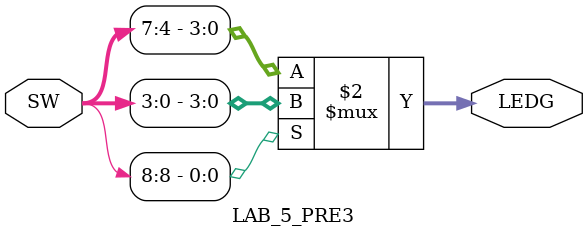
<source format=v>
module LAB_5_PRE3(input [8:0]SW, output [3:0]LEDG);
	assign LEDG[3:0] = (SW[8] == 1) ? SW[3:0]:SW[7:4];
endmodule
// If you have multiple assign lines in a Verilog program, are they executed in parallel or sequentially? parallel
// If you have multiple lines inside an always block, are they executed in parallel, or sequentially? sequentially
//  If you have multiple always blocks (block A and block B) are the lines of code in block A executed sequentially or in parallel with lines in block B? parallel
</source>
